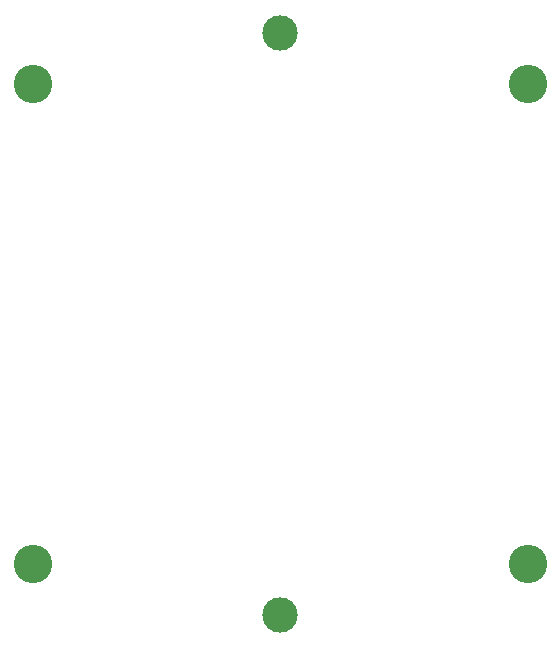
<source format=gts>
G75*
%MOIN*%
%OFA0B0*%
%FSLAX25Y25*%
%IPPOS*%
%LPD*%
%AMOC8*
5,1,8,0,0,1.08239X$1,22.5*
%
%ADD10C,0.12800*%
%ADD11C,0.11800*%
D10*
X0115833Y0125000D03*
X0280833Y0125000D03*
X0280833Y0285000D03*
X0115833Y0285000D03*
D11*
X0198333Y0302000D03*
X0198333Y0108000D03*
M02*

</source>
